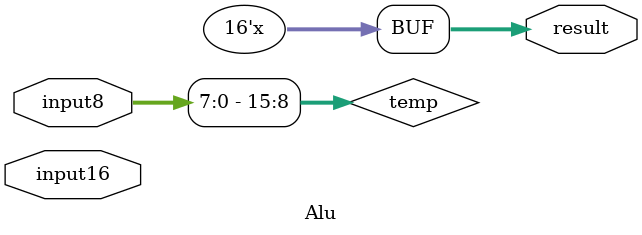
<source format=v>
module Alu(
    input   wire    [7:0]   input8,
    input   wire    [15:0]  input16,

    output  reg     [15:0]  result,
);
    reg [15:0]  temp;

    always @(*) begin
        temp[15:8] <= input8;

        result <= input16 + temp;
    end

endmodule
</source>
